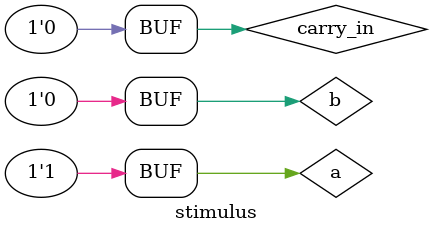
<source format=v>
`timescale 1ns / 1ps
module stimulus;
	// Inputs
	reg a;
	reg b;
    reg carry_in;
	// Outputs
	wire sum;
    wire carry_out;
	// Instantiate the Unit Under Test (UUT)
	adder_1_bit uut (
		a, 
		b, 
        carry_in, 
		sum,
        carry_out
	);
 
	initial begin
	$dumpfile("test.vcd");
    $dumpvars(0,stimulus);
		// Initialize Inputs
		a = 0;
		b = 0;
        carry_in = 0;
 
	#20 a = 1;
	#20 b = 1;
    #20 carry_in = 1;
	#20 b = 0;
    #20 carry_in = 0;	
	#20 a = 1;	  
	#40 ;
 
	end  
 
		initial begin
		 $monitor("t=%3d a=%d,b=%d,carry_in=%d,sum=%d,carry_out=%d \n",$time,a,b,carry_in,sum,carry_out, );
		 end
 
endmodule
</source>
